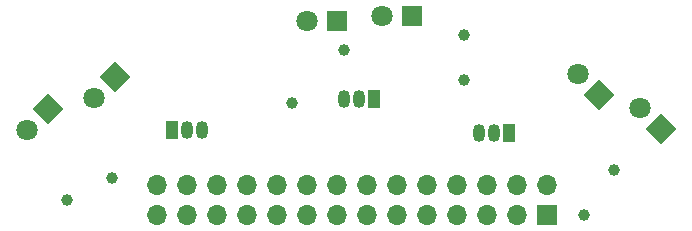
<source format=gbr>
%TF.GenerationSoftware,KiCad,Pcbnew,(6.0.5)*%
%TF.CreationDate,2024-03-24T23:16:05+02:00*%
%TF.ProjectId,SensingSubsystem,53656e73-696e-4675-9375-627379737465,rev?*%
%TF.SameCoordinates,Original*%
%TF.FileFunction,Soldermask,Bot*%
%TF.FilePolarity,Negative*%
%FSLAX46Y46*%
G04 Gerber Fmt 4.6, Leading zero omitted, Abs format (unit mm)*
G04 Created by KiCad (PCBNEW (6.0.5)) date 2024-03-24 23:16:05*
%MOMM*%
%LPD*%
G01*
G04 APERTURE LIST*
G04 Aperture macros list*
%AMRotRect*
0 Rectangle, with rotation*
0 The origin of the aperture is its center*
0 $1 length*
0 $2 width*
0 $3 Rotation angle, in degrees counterclockwise*
0 Add horizontal line*
21,1,$1,$2,0,0,$3*%
G04 Aperture macros list end*
%ADD10C,1.000000*%
%ADD11R,1.800000X1.800000*%
%ADD12C,1.800000*%
%ADD13R,1.050000X1.500000*%
%ADD14O,1.050000X1.500000*%
%ADD15RotRect,1.800000X1.800000X135.000000*%
%ADD16RotRect,1.800000X1.800000X225.000000*%
%ADD17R,1.700000X1.700000*%
%ADD18O,1.700000X1.700000*%
G04 APERTURE END LIST*
D10*
%TO.C,TP8*%
X122555000Y-133985000D03*
%TD*%
%TO.C,TP7*%
X166370000Y-135255000D03*
%TD*%
%TO.C,TP6*%
X156210000Y-123825000D03*
%TD*%
%TO.C,TP5*%
X141605000Y-125730000D03*
%TD*%
%TO.C,TP4*%
X168910000Y-131445000D03*
%TD*%
%TO.C,TP3*%
X156210000Y-120015000D03*
%TD*%
%TO.C,TP2*%
X126365000Y-132080000D03*
%TD*%
%TO.C,TP1*%
X146050000Y-121285000D03*
%TD*%
D11*
%TO.C,D2*%
X145420000Y-118775000D03*
D12*
X142880000Y-118775000D03*
%TD*%
D13*
%TO.C,Q4*%
X131445000Y-127995000D03*
D14*
X132715000Y-127995000D03*
X133985000Y-127995000D03*
%TD*%
D13*
%TO.C,Q6*%
X160020000Y-128270000D03*
D14*
X158750000Y-128270000D03*
X157480000Y-128270000D03*
%TD*%
D15*
%TO.C,Q3*%
X172876307Y-127976460D03*
D12*
X171080256Y-126180409D03*
%TD*%
D15*
%TO.C,D3*%
X167640000Y-125095000D03*
D12*
X165843949Y-123298949D03*
%TD*%
D13*
%TO.C,Q5*%
X148590000Y-125370000D03*
D14*
X147320000Y-125370000D03*
X146050000Y-125370000D03*
%TD*%
D11*
%TO.C,Q2*%
X151745000Y-118395000D03*
D12*
X149205000Y-118395000D03*
%TD*%
D16*
%TO.C,Q1*%
X120991460Y-126208693D03*
D12*
X119195409Y-128004744D03*
%TD*%
D16*
%TO.C,D1*%
X126620864Y-123547742D03*
D12*
X124824813Y-125343793D03*
%TD*%
D17*
%TO.C,J1*%
X163185000Y-135260000D03*
D18*
X163185000Y-132720000D03*
X160645000Y-135260000D03*
X160645000Y-132720000D03*
X158105000Y-135260000D03*
X158105000Y-132720000D03*
X155565000Y-135260000D03*
X155565000Y-132720000D03*
X153025000Y-135260000D03*
X153025000Y-132720000D03*
X150485000Y-135260000D03*
X150485000Y-132720000D03*
X147945000Y-135260000D03*
X147945000Y-132720000D03*
X145405000Y-135260000D03*
X145405000Y-132720000D03*
X142865000Y-135260000D03*
X142865000Y-132720000D03*
X140325000Y-135260000D03*
X140325000Y-132720000D03*
X137785000Y-135260000D03*
X137785000Y-132720000D03*
X135245000Y-135260000D03*
X135245000Y-132720000D03*
X132705000Y-135260000D03*
X132705000Y-132720000D03*
X130165000Y-135260000D03*
X130165000Y-132720000D03*
%TD*%
M02*

</source>
